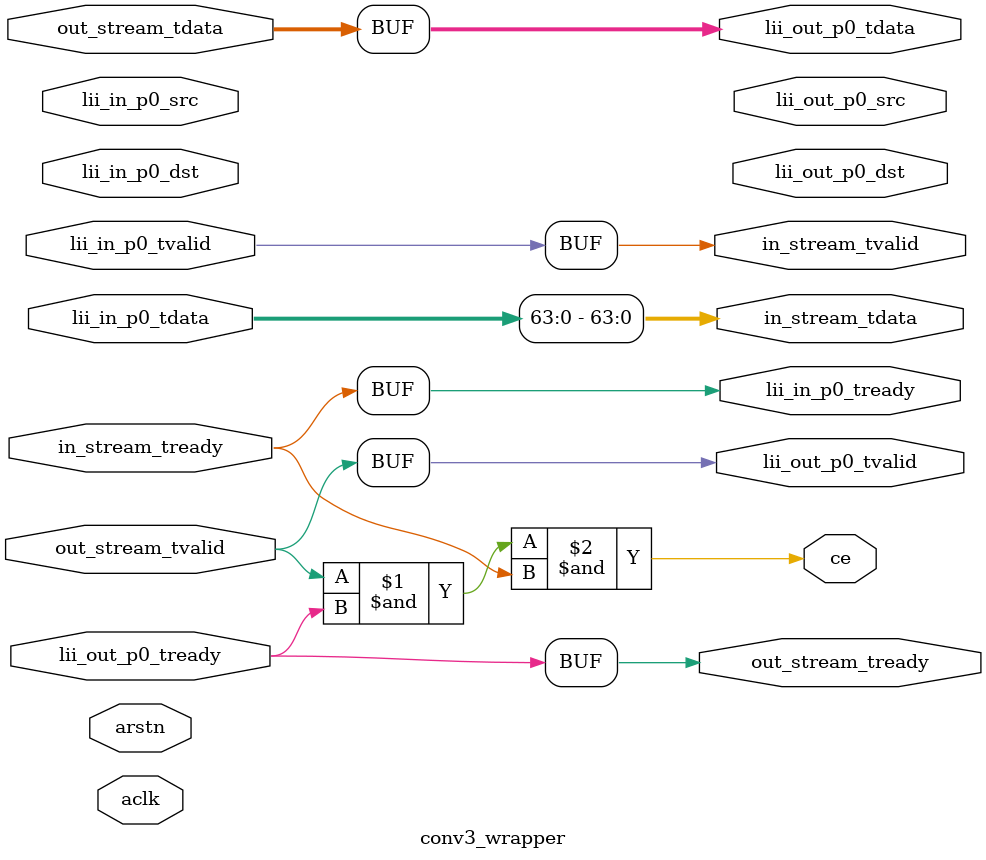
<source format=v>
`timescale 1ns/1ps

module conv3_wrapper
#(
    parameter NIN  = 1,   // logic input streams
    parameter NOUT = 1,  // logic output streams
    parameter P    = 1,              // phy in channels
    parameter Q    = 1,             // phy out channels
    parameter PW   = 128              // packing width
)
(
    // ------ clock and reset ------
    input  wire                     aclk,
    input  wire                     arstn,
    // ------ LII phy input ------
    input  wire [PW-1:0]            lii_in_p0_tdata,
    input  wire                     lii_in_p0_tvalid,
    output wire                     lii_in_p0_tready,
    input  wire [7:0]               lii_in_p0_src,
    input  wire [7:0]               lii_in_p0_dst,
    // ------ LII phy output ------
    output wire [PW-1:0]            lii_out_p0_tdata,
    output wire                     lii_out_p0_tvalid,
    input  wire                     lii_out_p0_tready,
    output wire [7:0]               lii_out_p0_src,
    output wire [7:0]               lii_out_p0_dst,
    // ------ connection to HLS kernel ------
    output wire [63:0]   in_stream_tdata,
    output wire                     in_stream_tvalid,
    input  wire                     in_stream_tready,
    input  wire [127:0]   out_stream_tdata,
    input  wire                     out_stream_tvalid,
    output wire                     out_stream_tready,
    // ------ clock enable for HLS kernel ------
    output wire                     ce
);

    // ========= input: unpack =========
    assign lii_in_p0_tready =
        in_stream_tready;
    assign in_stream_tdata  = lii_in_p0_tdata[63:0];
    assign in_stream_tvalid = lii_in_p0_tvalid;

    // ========= output: pack =========
    assign lii_out_p0_tvalid = 
        out_stream_tvalid;
    assign lii_out_p0_tdata = {
        out_stream_tdata
    };
    assign { out_stream_tready } =
           { lii_out_p0_tready };

    // ========= kernel clock gating =========
    assign ce = (out_stream_tvalid) &
                (lii_out_p0_tready) &
                (lii_in_p0_tready);
endmodule
</source>
